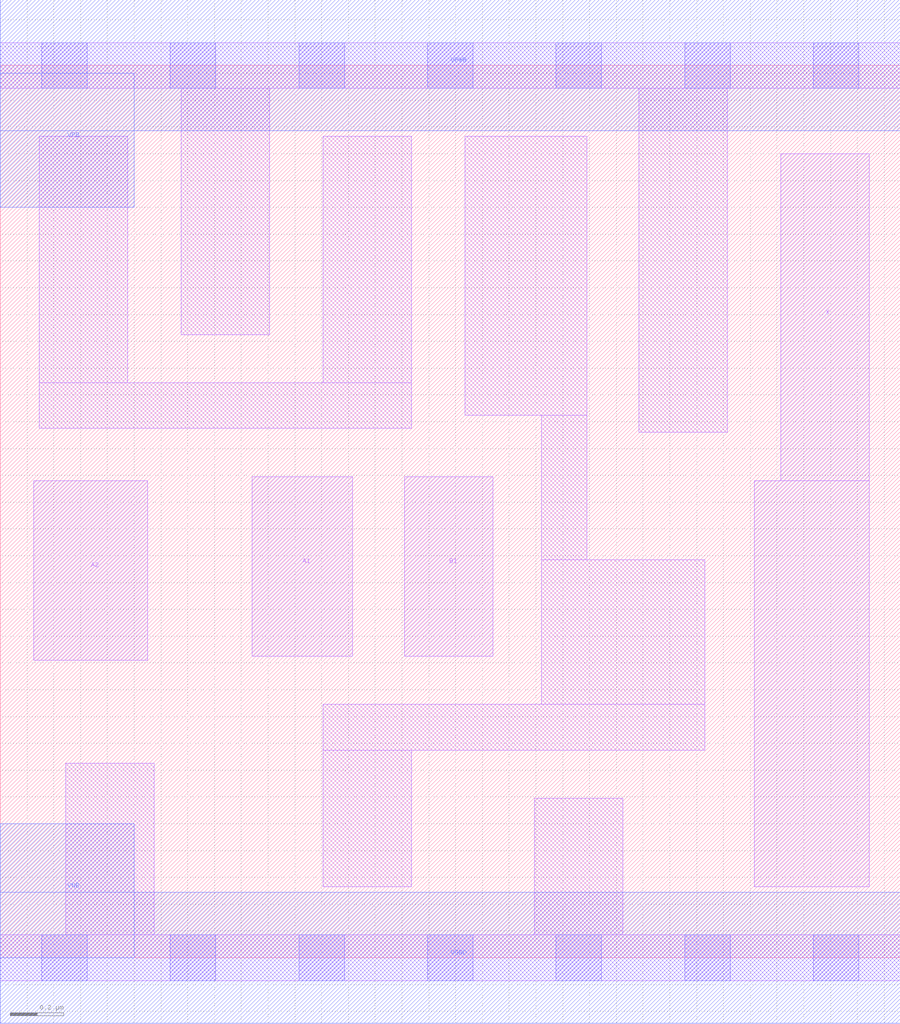
<source format=lef>
# Copyright 2020 The SkyWater PDK Authors
#
# Licensed under the Apache License, Version 2.0 (the "License");
# you may not use this file except in compliance with the License.
# You may obtain a copy of the License at
#
#     https://www.apache.org/licenses/LICENSE-2.0
#
# Unless required by applicable law or agreed to in writing, software
# distributed under the License is distributed on an "AS IS" BASIS,
# WITHOUT WARRANTIES OR CONDITIONS OF ANY KIND, either express or implied.
# See the License for the specific language governing permissions and
# limitations under the License.
#
# SPDX-License-Identifier: Apache-2.0

VERSION 5.5 ;
NAMESCASESENSITIVE ON ;
BUSBITCHARS "[]" ;
DIVIDERCHAR "/" ;
MACRO sky130_fd_sc_lp__a21o_lp
  CLASS CORE ;
  SOURCE USER ;
  ORIGIN  0.000000  0.000000 ;
  SIZE  3.360000 BY  3.330000 ;
  SYMMETRY X Y R90 ;
  SITE unit ;
  PIN A1
    ANTENNAGATEAREA  0.313000 ;
    DIRECTION INPUT ;
    USE SIGNAL ;
    PORT
      LAYER li1 ;
        RECT 0.940000 1.125000 1.315000 1.795000 ;
    END
  END A1
  PIN A2
    ANTENNAGATEAREA  0.313000 ;
    DIRECTION INPUT ;
    USE SIGNAL ;
    PORT
      LAYER li1 ;
        RECT 0.125000 1.110000 0.550000 1.780000 ;
    END
  END A2
  PIN B1
    ANTENNAGATEAREA  0.376000 ;
    DIRECTION INPUT ;
    USE SIGNAL ;
    PORT
      LAYER li1 ;
        RECT 1.510000 1.125000 1.840000 1.795000 ;
    END
  END B1
  PIN X
    ANTENNADIFFAREA  0.404700 ;
    DIRECTION OUTPUT ;
    USE SIGNAL ;
    PORT
      LAYER li1 ;
        RECT 2.815000 0.265000 3.245000 1.780000 ;
        RECT 2.915000 1.780000 3.245000 3.000000 ;
    END
  END X
  PIN VGND
    DIRECTION INOUT ;
    USE GROUND ;
    PORT
      LAYER met1 ;
        RECT 0.000000 -0.245000 3.360000 0.245000 ;
    END
  END VGND
  PIN VNB
    DIRECTION INOUT ;
    USE GROUND ;
    PORT
      LAYER met1 ;
        RECT 0.000000 0.000000 0.500000 0.500000 ;
    END
  END VNB
  PIN VPB
    DIRECTION INOUT ;
    USE POWER ;
    PORT
      LAYER met1 ;
        RECT 0.000000 2.800000 0.500000 3.300000 ;
    END
  END VPB
  PIN VPWR
    DIRECTION INOUT ;
    USE POWER ;
    PORT
      LAYER met1 ;
        RECT 0.000000 3.085000 3.360000 3.575000 ;
    END
  END VPWR
  OBS
    LAYER li1 ;
      RECT 0.000000 -0.085000 3.360000 0.085000 ;
      RECT 0.000000  3.245000 3.360000 3.415000 ;
      RECT 0.145000  1.975000 1.535000 2.145000 ;
      RECT 0.145000  2.145000 0.475000 3.065000 ;
      RECT 0.245000  0.085000 0.575000 0.725000 ;
      RECT 0.675000  2.325000 1.005000 3.245000 ;
      RECT 1.205000  0.265000 1.535000 0.775000 ;
      RECT 1.205000  0.775000 2.630000 0.945000 ;
      RECT 1.205000  2.145000 1.535000 3.065000 ;
      RECT 1.735000  2.025000 2.190000 3.065000 ;
      RECT 1.995000  0.085000 2.325000 0.595000 ;
      RECT 2.020000  0.945000 2.630000 1.485000 ;
      RECT 2.020000  1.485000 2.190000 2.025000 ;
      RECT 2.385000  1.960000 2.715000 3.245000 ;
    LAYER mcon ;
      RECT 0.155000 -0.085000 0.325000 0.085000 ;
      RECT 0.155000  3.245000 0.325000 3.415000 ;
      RECT 0.635000 -0.085000 0.805000 0.085000 ;
      RECT 0.635000  3.245000 0.805000 3.415000 ;
      RECT 1.115000 -0.085000 1.285000 0.085000 ;
      RECT 1.115000  3.245000 1.285000 3.415000 ;
      RECT 1.595000 -0.085000 1.765000 0.085000 ;
      RECT 1.595000  3.245000 1.765000 3.415000 ;
      RECT 2.075000 -0.085000 2.245000 0.085000 ;
      RECT 2.075000  3.245000 2.245000 3.415000 ;
      RECT 2.555000 -0.085000 2.725000 0.085000 ;
      RECT 2.555000  3.245000 2.725000 3.415000 ;
      RECT 3.035000 -0.085000 3.205000 0.085000 ;
      RECT 3.035000  3.245000 3.205000 3.415000 ;
  END
END sky130_fd_sc_lp__a21o_lp

</source>
